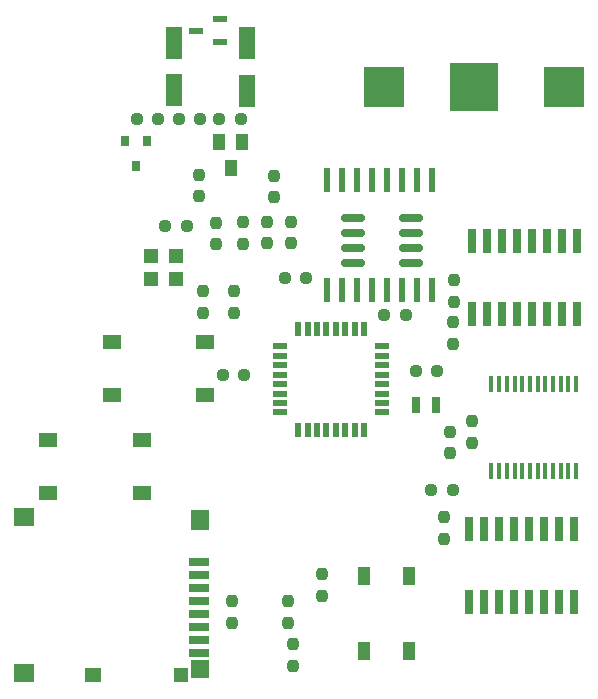
<source format=gtp>
%TF.GenerationSoftware,KiCad,Pcbnew,(7.0.0)*%
%TF.CreationDate,2023-06-21T13:52:30-07:00*%
%TF.ProjectId,MusselGapeTracker_RevG,4d757373-656c-4476-9170-65547261636b,rev?*%
%TF.SameCoordinates,Original*%
%TF.FileFunction,Paste,Top*%
%TF.FilePolarity,Positive*%
%FSLAX46Y46*%
G04 Gerber Fmt 4.6, Leading zero omitted, Abs format (unit mm)*
G04 Created by KiCad (PCBNEW (7.0.0)) date 2023-06-21 13:52:30*
%MOMM*%
%LPD*%
G01*
G04 APERTURE LIST*
G04 Aperture macros list*
%AMRoundRect*
0 Rectangle with rounded corners*
0 $1 Rounding radius*
0 $2 $3 $4 $5 $6 $7 $8 $9 X,Y pos of 4 corners*
0 Add a 4 corners polygon primitive as box body*
4,1,4,$2,$3,$4,$5,$6,$7,$8,$9,$2,$3,0*
0 Add four circle primitives for the rounded corners*
1,1,$1+$1,$2,$3*
1,1,$1+$1,$4,$5*
1,1,$1+$1,$6,$7*
1,1,$1+$1,$8,$9*
0 Add four rect primitives between the rounded corners*
20,1,$1+$1,$2,$3,$4,$5,0*
20,1,$1+$1,$4,$5,$6,$7,0*
20,1,$1+$1,$6,$7,$8,$9,0*
20,1,$1+$1,$8,$9,$2,$3,0*%
G04 Aperture macros list end*
%ADD10R,1.270000X0.558800*%
%ADD11RoundRect,0.237500X0.237500X-0.250000X0.237500X0.250000X-0.237500X0.250000X-0.237500X-0.250000X0*%
%ADD12RoundRect,0.237500X-0.250000X-0.237500X0.250000X-0.237500X0.250000X0.237500X-0.250000X0.237500X0*%
%ADD13R,1.550000X1.300000*%
%ADD14R,0.660400X2.032000*%
%ADD15R,1.400000X2.667000*%
%ADD16RoundRect,0.237500X0.250000X0.237500X-0.250000X0.237500X-0.250000X-0.237500X0.250000X-0.237500X0*%
%ADD17R,1.200000X1.200000*%
%ADD18R,4.064000X4.064000*%
%ADD19R,3.429000X3.429000*%
%ADD20RoundRect,0.237500X-0.237500X0.250000X-0.237500X-0.250000X0.237500X-0.250000X0.237500X0.250000X0*%
%ADD21R,0.800000X0.900000*%
%ADD22R,1.000000X1.600000*%
%ADD23R,1.000000X1.400000*%
%ADD24R,1.400000X1.290000*%
%ADD25R,1.300000X1.290000*%
%ADD26R,1.680000X0.800000*%
%ADD27R,1.500000X1.600000*%
%ADD28R,1.500000X1.700000*%
%ADD29R,1.700000X1.500000*%
%ADD30R,0.700000X1.450000*%
%ADD31RoundRect,0.150000X-0.825000X-0.150000X0.825000X-0.150000X0.825000X0.150000X-0.825000X0.150000X0*%
%ADD32R,0.348000X1.397000*%
%ADD33RoundRect,0.041300X0.253700X-0.983700X0.253700X0.983700X-0.253700X0.983700X-0.253700X-0.983700X0*%
%ADD34R,0.558800X1.270000*%
G04 APERTURE END LIST*
D10*
%TO.C,MCP1700T-3302*%
X116016399Y-79314799D03*
X116016399Y-77435199D03*
X113933599Y-78374999D03*
%TD*%
D11*
%TO.C,R9*%
X121975000Y-96387500D03*
X121975000Y-94562500D03*
%TD*%
D12*
%TO.C,R3*%
X133898000Y-117310100D03*
X135723000Y-117310100D03*
%TD*%
D13*
%TO.C,BUTTON2*%
X109359599Y-117515199D03*
X101409599Y-117515199D03*
X109359599Y-113015199D03*
X101409599Y-113015199D03*
%TD*%
D14*
%TO.C,SHIFT_1*%
X137096499Y-126733499D03*
X138366499Y-126733499D03*
X139636499Y-126733499D03*
X140906499Y-126733499D03*
X142176499Y-126733499D03*
X143446499Y-126733499D03*
X144716499Y-126733499D03*
X145986499Y-126733499D03*
X145986499Y-120586699D03*
X144716499Y-120586699D03*
X143446499Y-120586699D03*
X142176499Y-120586699D03*
X140906499Y-120586699D03*
X139636499Y-120586699D03*
X138366499Y-120586699D03*
X137096499Y-120586699D03*
%TD*%
D15*
%TO.C,C1*%
X112099999Y-79418599D03*
X112099999Y-83431399D03*
%TD*%
D11*
%TO.C,C8*%
X134937500Y-121397600D03*
X134937500Y-119572600D03*
%TD*%
D16*
%TO.C,R14*%
X131722500Y-102463600D03*
X129897500Y-102463600D03*
%TD*%
D17*
%TO.C,LED2*%
X112238499Y-99403099D03*
X110138499Y-99403099D03*
%TD*%
D13*
%TO.C,BUTTON1*%
X114769799Y-109260199D03*
X106819799Y-109260199D03*
X114769799Y-104760199D03*
X106819799Y-104760199D03*
%TD*%
D11*
%TO.C,R15*%
X135686800Y-104887600D03*
X135686800Y-103062600D03*
%TD*%
%TO.C,R4*%
X122161300Y-132167200D03*
X122161300Y-130342200D03*
%TD*%
D12*
%TO.C,R32*%
X112498100Y-85904000D03*
X114323100Y-85904000D03*
%TD*%
D16*
%TO.C,R33*%
X110767100Y-85904000D03*
X108942100Y-85904000D03*
%TD*%
D17*
%TO.C,LED1*%
X112238499Y-97498099D03*
X110138499Y-97498099D03*
%TD*%
D15*
%TO.C,C2*%
X118324999Y-79443599D03*
X118324999Y-83456399D03*
%TD*%
D12*
%TO.C,C23*%
X132577200Y-107226300D03*
X134402200Y-107226300D03*
%TD*%
D16*
%TO.C,C3*%
X118070000Y-107531100D03*
X116245000Y-107531100D03*
%TD*%
D11*
%TO.C,R28*%
X135445500Y-114158600D03*
X135445500Y-112333600D03*
%TD*%
D18*
%TO.C,CR1220_BATTERY0*%
X137477499Y-83147099D03*
D19*
X129857499Y-83147099D03*
X145097499Y-83147099D03*
%TD*%
D11*
%TO.C,R6*%
X115700000Y-96487500D03*
X115700000Y-94662500D03*
%TD*%
D20*
%TO.C,R1*%
X117195600Y-100433500D03*
X117195600Y-102258500D03*
%TD*%
%TO.C,R29*%
X120599200Y-90654500D03*
X120599200Y-92479500D03*
%TD*%
D11*
%TO.C,C6*%
X137350500Y-113269600D03*
X137350500Y-111444600D03*
%TD*%
D20*
%TO.C,R5*%
X124625100Y-124398600D03*
X124625100Y-126223600D03*
%TD*%
D11*
%TO.C,R7*%
X117975000Y-96412500D03*
X117975000Y-94587500D03*
%TD*%
D14*
%TO.C,SHIFT_0*%
X137350499Y-102349499D03*
X138620499Y-102349499D03*
X139890499Y-102349499D03*
X141160499Y-102349499D03*
X142430499Y-102349499D03*
X143700499Y-102349499D03*
X144970499Y-102349499D03*
X146240499Y-102349499D03*
X146240499Y-96202699D03*
X144970499Y-96202699D03*
X143700499Y-96202699D03*
X142430499Y-96202699D03*
X141160499Y-96202699D03*
X139890499Y-96202699D03*
X138620499Y-96202699D03*
X137350499Y-96202699D03*
%TD*%
D21*
%TO.C,P-FET0*%
X109849999Y-87749999D03*
X107949999Y-87749999D03*
X108899999Y-89849999D03*
%TD*%
D11*
%TO.C,R8*%
X119975000Y-96387500D03*
X119975000Y-94562500D03*
%TD*%
%TO.C,C9*%
X135813800Y-101344100D03*
X135813800Y-99519100D03*
%TD*%
D22*
%TO.C,RESET0*%
X128211499Y-130923899D03*
X128211499Y-124523899D03*
X132011499Y-130923899D03*
X132011499Y-124523899D03*
%TD*%
D23*
%TO.C,BJT0*%
X117849999Y-87799999D03*
X115949999Y-87799999D03*
X116899999Y-89999999D03*
%TD*%
D24*
%TO.C,U$1*%
X105227499Y-132915699D03*
D25*
X112697499Y-132915699D03*
D26*
X114187499Y-124470699D03*
X114187499Y-128870699D03*
X114187499Y-129970699D03*
D27*
X114277499Y-132470699D03*
D28*
X114277499Y-119820699D03*
D29*
X99427499Y-132810699D03*
X99427499Y-119520699D03*
D26*
X114187499Y-125570699D03*
X114187499Y-123370699D03*
X114187499Y-131070699D03*
X114187499Y-127770699D03*
X114187499Y-126670699D03*
%TD*%
D20*
%TO.C,C4*%
X121729500Y-126684600D03*
X121729500Y-128509600D03*
%TD*%
D30*
%TO.C,INDUCTOR0*%
X132614299Y-110096499D03*
X134314299Y-110096499D03*
%TD*%
D20*
%TO.C,R30*%
X114225000Y-90587500D03*
X114225000Y-92412500D03*
%TD*%
D12*
%TO.C,C5*%
X111342800Y-94907300D03*
X113167800Y-94907300D03*
%TD*%
D20*
%TO.C,C10*%
X117030500Y-126684600D03*
X117030500Y-128509600D03*
%TD*%
D16*
%TO.C,C7*%
X123294900Y-99314400D03*
X121469900Y-99314400D03*
%TD*%
D20*
%TO.C,R2*%
X114554000Y-100458900D03*
X114554000Y-102283900D03*
%TD*%
D31*
%TO.C,U3*%
X127217400Y-94259400D03*
X127217400Y-95529400D03*
X127217400Y-96799400D03*
X127217400Y-98069400D03*
X132167400Y-98069400D03*
X132167400Y-96799400D03*
X132167400Y-95529400D03*
X132167400Y-94259400D03*
%TD*%
D32*
%TO.C,U$2*%
X146132499Y-108320099D03*
X145482499Y-108320099D03*
X144832499Y-108320099D03*
X144182499Y-108320099D03*
X143532499Y-108320099D03*
X142882499Y-108320099D03*
X142232499Y-108320099D03*
X141582499Y-108320099D03*
X140932499Y-108320099D03*
X140282499Y-108320099D03*
X139632499Y-108320099D03*
X138982499Y-108320099D03*
X138982499Y-115632099D03*
X139632499Y-115632099D03*
X140282499Y-115632099D03*
X140932499Y-115632099D03*
X141582499Y-115632099D03*
X142232499Y-115632099D03*
X142882499Y-115632099D03*
X143532499Y-115632099D03*
X144182499Y-115632099D03*
X144832499Y-115632099D03*
X145482499Y-115632099D03*
X146132499Y-115632099D03*
%TD*%
D33*
%TO.C,U2*%
X125080000Y-100355000D03*
X126350000Y-100355000D03*
X127620000Y-100355000D03*
X128890000Y-100355000D03*
X130160000Y-100355000D03*
X131430000Y-100355000D03*
X132700000Y-100355000D03*
X133970000Y-100355000D03*
X133970000Y-91045000D03*
X132700000Y-91045000D03*
X131430000Y-91045000D03*
X130160000Y-91045000D03*
X128890000Y-91045000D03*
X127620000Y-91045000D03*
X126350000Y-91045000D03*
X125080000Y-91045000D03*
%TD*%
D10*
%TO.C,U1*%
X121119899Y-105112099D03*
X121119899Y-105912099D03*
X121119899Y-106712099D03*
X121119899Y-107512099D03*
X121119899Y-108312099D03*
X121119899Y-109112099D03*
X121119899Y-109912099D03*
X121119899Y-110712099D03*
D34*
X122612499Y-112204699D03*
X123412499Y-112204699D03*
X124212499Y-112204699D03*
X125012499Y-112204699D03*
X125812499Y-112204699D03*
X126612499Y-112204699D03*
X127412499Y-112204699D03*
X128212499Y-112204699D03*
D10*
X129705099Y-110712099D03*
X129705099Y-109912099D03*
X129705099Y-109112099D03*
X129705099Y-108312099D03*
X129705099Y-107512099D03*
X129705099Y-106712099D03*
X129705099Y-105912099D03*
X129705099Y-105112099D03*
D34*
X128212499Y-103619499D03*
X127412499Y-103619499D03*
X126612499Y-103619499D03*
X125812499Y-103619499D03*
X125012499Y-103619499D03*
X124212499Y-103619499D03*
X123412499Y-103619499D03*
X122612499Y-103619499D03*
%TD*%
D12*
%TO.C,R31*%
X115927100Y-85904000D03*
X117752100Y-85904000D03*
%TD*%
M02*

</source>
